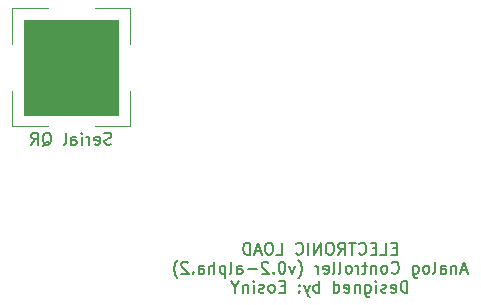
<source format=gbr>
%TF.GenerationSoftware,KiCad,Pcbnew,(6.0.7)*%
%TF.CreationDate,2025-03-09T22:25:54+09:00*%
%TF.ProjectId,Main_SMD_Controller,4d61696e-5f53-44d4-945f-436f6e74726f,rev?*%
%TF.SameCoordinates,Original*%
%TF.FileFunction,Legend,Bot*%
%TF.FilePolarity,Positive*%
%FSLAX46Y46*%
G04 Gerber Fmt 4.6, Leading zero omitted, Abs format (unit mm)*
G04 Created by KiCad (PCBNEW (6.0.7)) date 2025-03-09 22:25:54*
%MOMM*%
%LPD*%
G01*
G04 APERTURE LIST*
%ADD10C,0.200000*%
%ADD11C,0.150000*%
%ADD12C,0.120000*%
%ADD13C,0.100000*%
G04 APERTURE END LIST*
D10*
X73786190Y-56230571D02*
X73452857Y-56230571D01*
X73310000Y-56754380D02*
X73786190Y-56754380D01*
X73786190Y-55754380D01*
X73310000Y-55754380D01*
X72405238Y-56754380D02*
X72881428Y-56754380D01*
X72881428Y-55754380D01*
X72071904Y-56230571D02*
X71738571Y-56230571D01*
X71595714Y-56754380D02*
X72071904Y-56754380D01*
X72071904Y-55754380D01*
X71595714Y-55754380D01*
X70595714Y-56659142D02*
X70643333Y-56706761D01*
X70786190Y-56754380D01*
X70881428Y-56754380D01*
X71024285Y-56706761D01*
X71119523Y-56611523D01*
X71167142Y-56516285D01*
X71214761Y-56325809D01*
X71214761Y-56182952D01*
X71167142Y-55992476D01*
X71119523Y-55897238D01*
X71024285Y-55802000D01*
X70881428Y-55754380D01*
X70786190Y-55754380D01*
X70643333Y-55802000D01*
X70595714Y-55849619D01*
X70310000Y-55754380D02*
X69738571Y-55754380D01*
X70024285Y-56754380D02*
X70024285Y-55754380D01*
X68833809Y-56754380D02*
X69167142Y-56278190D01*
X69405238Y-56754380D02*
X69405238Y-55754380D01*
X69024285Y-55754380D01*
X68929047Y-55802000D01*
X68881428Y-55849619D01*
X68833809Y-55944857D01*
X68833809Y-56087714D01*
X68881428Y-56182952D01*
X68929047Y-56230571D01*
X69024285Y-56278190D01*
X69405238Y-56278190D01*
X68214761Y-55754380D02*
X68024285Y-55754380D01*
X67929047Y-55802000D01*
X67833809Y-55897238D01*
X67786190Y-56087714D01*
X67786190Y-56421047D01*
X67833809Y-56611523D01*
X67929047Y-56706761D01*
X68024285Y-56754380D01*
X68214761Y-56754380D01*
X68310000Y-56706761D01*
X68405238Y-56611523D01*
X68452857Y-56421047D01*
X68452857Y-56087714D01*
X68405238Y-55897238D01*
X68310000Y-55802000D01*
X68214761Y-55754380D01*
X67357619Y-56754380D02*
X67357619Y-55754380D01*
X66786190Y-56754380D01*
X66786190Y-55754380D01*
X66310000Y-56754380D02*
X66310000Y-55754380D01*
X65262380Y-56659142D02*
X65310000Y-56706761D01*
X65452857Y-56754380D01*
X65548095Y-56754380D01*
X65690952Y-56706761D01*
X65786190Y-56611523D01*
X65833809Y-56516285D01*
X65881428Y-56325809D01*
X65881428Y-56182952D01*
X65833809Y-55992476D01*
X65786190Y-55897238D01*
X65690952Y-55802000D01*
X65548095Y-55754380D01*
X65452857Y-55754380D01*
X65310000Y-55802000D01*
X65262380Y-55849619D01*
X63595714Y-56754380D02*
X64071904Y-56754380D01*
X64071904Y-55754380D01*
X63071904Y-55754380D02*
X62881428Y-55754380D01*
X62786190Y-55802000D01*
X62690952Y-55897238D01*
X62643333Y-56087714D01*
X62643333Y-56421047D01*
X62690952Y-56611523D01*
X62786190Y-56706761D01*
X62881428Y-56754380D01*
X63071904Y-56754380D01*
X63167142Y-56706761D01*
X63262380Y-56611523D01*
X63310000Y-56421047D01*
X63310000Y-56087714D01*
X63262380Y-55897238D01*
X63167142Y-55802000D01*
X63071904Y-55754380D01*
X62262380Y-56468666D02*
X61786190Y-56468666D01*
X62357619Y-56754380D02*
X62024285Y-55754380D01*
X61690952Y-56754380D01*
X61357619Y-56754380D02*
X61357619Y-55754380D01*
X61119523Y-55754380D01*
X60976666Y-55802000D01*
X60881428Y-55897238D01*
X60833809Y-55992476D01*
X60786190Y-56182952D01*
X60786190Y-56325809D01*
X60833809Y-56516285D01*
X60881428Y-56611523D01*
X60976666Y-56706761D01*
X61119523Y-56754380D01*
X61357619Y-56754380D01*
X79738571Y-58078666D02*
X79262380Y-58078666D01*
X79833809Y-58364380D02*
X79500476Y-57364380D01*
X79167142Y-58364380D01*
X78833809Y-57697714D02*
X78833809Y-58364380D01*
X78833809Y-57792952D02*
X78786190Y-57745333D01*
X78690952Y-57697714D01*
X78548095Y-57697714D01*
X78452857Y-57745333D01*
X78405238Y-57840571D01*
X78405238Y-58364380D01*
X77500476Y-58364380D02*
X77500476Y-57840571D01*
X77548095Y-57745333D01*
X77643333Y-57697714D01*
X77833809Y-57697714D01*
X77929047Y-57745333D01*
X77500476Y-58316761D02*
X77595714Y-58364380D01*
X77833809Y-58364380D01*
X77929047Y-58316761D01*
X77976666Y-58221523D01*
X77976666Y-58126285D01*
X77929047Y-58031047D01*
X77833809Y-57983428D01*
X77595714Y-57983428D01*
X77500476Y-57935809D01*
X76881428Y-58364380D02*
X76976666Y-58316761D01*
X77024285Y-58221523D01*
X77024285Y-57364380D01*
X76357619Y-58364380D02*
X76452857Y-58316761D01*
X76500476Y-58269142D01*
X76548095Y-58173904D01*
X76548095Y-57888190D01*
X76500476Y-57792952D01*
X76452857Y-57745333D01*
X76357619Y-57697714D01*
X76214761Y-57697714D01*
X76119523Y-57745333D01*
X76071904Y-57792952D01*
X76024285Y-57888190D01*
X76024285Y-58173904D01*
X76071904Y-58269142D01*
X76119523Y-58316761D01*
X76214761Y-58364380D01*
X76357619Y-58364380D01*
X75167142Y-57697714D02*
X75167142Y-58507238D01*
X75214761Y-58602476D01*
X75262380Y-58650095D01*
X75357619Y-58697714D01*
X75500476Y-58697714D01*
X75595714Y-58650095D01*
X75167142Y-58316761D02*
X75262380Y-58364380D01*
X75452857Y-58364380D01*
X75548095Y-58316761D01*
X75595714Y-58269142D01*
X75643333Y-58173904D01*
X75643333Y-57888190D01*
X75595714Y-57792952D01*
X75548095Y-57745333D01*
X75452857Y-57697714D01*
X75262380Y-57697714D01*
X75167142Y-57745333D01*
X73357619Y-58269142D02*
X73405238Y-58316761D01*
X73548095Y-58364380D01*
X73643333Y-58364380D01*
X73786190Y-58316761D01*
X73881428Y-58221523D01*
X73929047Y-58126285D01*
X73976666Y-57935809D01*
X73976666Y-57792952D01*
X73929047Y-57602476D01*
X73881428Y-57507238D01*
X73786190Y-57412000D01*
X73643333Y-57364380D01*
X73548095Y-57364380D01*
X73405238Y-57412000D01*
X73357619Y-57459619D01*
X72786190Y-58364380D02*
X72881428Y-58316761D01*
X72929047Y-58269142D01*
X72976666Y-58173904D01*
X72976666Y-57888190D01*
X72929047Y-57792952D01*
X72881428Y-57745333D01*
X72786190Y-57697714D01*
X72643333Y-57697714D01*
X72548095Y-57745333D01*
X72500476Y-57792952D01*
X72452857Y-57888190D01*
X72452857Y-58173904D01*
X72500476Y-58269142D01*
X72548095Y-58316761D01*
X72643333Y-58364380D01*
X72786190Y-58364380D01*
X72024285Y-57697714D02*
X72024285Y-58364380D01*
X72024285Y-57792952D02*
X71976666Y-57745333D01*
X71881428Y-57697714D01*
X71738571Y-57697714D01*
X71643333Y-57745333D01*
X71595714Y-57840571D01*
X71595714Y-58364380D01*
X71262380Y-57697714D02*
X70881428Y-57697714D01*
X71119523Y-57364380D02*
X71119523Y-58221523D01*
X71071904Y-58316761D01*
X70976666Y-58364380D01*
X70881428Y-58364380D01*
X70548095Y-58364380D02*
X70548095Y-57697714D01*
X70548095Y-57888190D02*
X70500476Y-57792952D01*
X70452857Y-57745333D01*
X70357619Y-57697714D01*
X70262380Y-57697714D01*
X69786190Y-58364380D02*
X69881428Y-58316761D01*
X69929047Y-58269142D01*
X69976666Y-58173904D01*
X69976666Y-57888190D01*
X69929047Y-57792952D01*
X69881428Y-57745333D01*
X69786190Y-57697714D01*
X69643333Y-57697714D01*
X69548095Y-57745333D01*
X69500476Y-57792952D01*
X69452857Y-57888190D01*
X69452857Y-58173904D01*
X69500476Y-58269142D01*
X69548095Y-58316761D01*
X69643333Y-58364380D01*
X69786190Y-58364380D01*
X68881428Y-58364380D02*
X68976666Y-58316761D01*
X69024285Y-58221523D01*
X69024285Y-57364380D01*
X68357619Y-58364380D02*
X68452857Y-58316761D01*
X68500476Y-58221523D01*
X68500476Y-57364380D01*
X67595714Y-58316761D02*
X67690952Y-58364380D01*
X67881428Y-58364380D01*
X67976666Y-58316761D01*
X68024285Y-58221523D01*
X68024285Y-57840571D01*
X67976666Y-57745333D01*
X67881428Y-57697714D01*
X67690952Y-57697714D01*
X67595714Y-57745333D01*
X67548095Y-57840571D01*
X67548095Y-57935809D01*
X68024285Y-58031047D01*
X67119523Y-58364380D02*
X67119523Y-57697714D01*
X67119523Y-57888190D02*
X67071904Y-57792952D01*
X67024285Y-57745333D01*
X66929047Y-57697714D01*
X66833809Y-57697714D01*
X65452857Y-58745333D02*
X65500476Y-58697714D01*
X65595714Y-58554857D01*
X65643333Y-58459619D01*
X65690952Y-58316761D01*
X65738571Y-58078666D01*
X65738571Y-57888190D01*
X65690952Y-57650095D01*
X65643333Y-57507238D01*
X65595714Y-57412000D01*
X65500476Y-57269142D01*
X65452857Y-57221523D01*
X65167142Y-57697714D02*
X64929047Y-58364380D01*
X64690952Y-57697714D01*
X64119523Y-57364380D02*
X64024285Y-57364380D01*
X63929047Y-57412000D01*
X63881428Y-57459619D01*
X63833809Y-57554857D01*
X63786190Y-57745333D01*
X63786190Y-57983428D01*
X63833809Y-58173904D01*
X63881428Y-58269142D01*
X63929047Y-58316761D01*
X64024285Y-58364380D01*
X64119523Y-58364380D01*
X64214761Y-58316761D01*
X64262380Y-58269142D01*
X64310000Y-58173904D01*
X64357619Y-57983428D01*
X64357619Y-57745333D01*
X64310000Y-57554857D01*
X64262380Y-57459619D01*
X64214761Y-57412000D01*
X64119523Y-57364380D01*
X63357619Y-58269142D02*
X63310000Y-58316761D01*
X63357619Y-58364380D01*
X63405238Y-58316761D01*
X63357619Y-58269142D01*
X63357619Y-58364380D01*
X62929047Y-57459619D02*
X62881428Y-57412000D01*
X62786190Y-57364380D01*
X62548095Y-57364380D01*
X62452857Y-57412000D01*
X62405238Y-57459619D01*
X62357619Y-57554857D01*
X62357619Y-57650095D01*
X62405238Y-57792952D01*
X62976666Y-58364380D01*
X62357619Y-58364380D01*
X61929047Y-57983428D02*
X61167142Y-57983428D01*
X60262380Y-58364380D02*
X60262380Y-57840571D01*
X60310000Y-57745333D01*
X60405238Y-57697714D01*
X60595714Y-57697714D01*
X60690952Y-57745333D01*
X60262380Y-58316761D02*
X60357619Y-58364380D01*
X60595714Y-58364380D01*
X60690952Y-58316761D01*
X60738571Y-58221523D01*
X60738571Y-58126285D01*
X60690952Y-58031047D01*
X60595714Y-57983428D01*
X60357619Y-57983428D01*
X60262380Y-57935809D01*
X59643333Y-58364380D02*
X59738571Y-58316761D01*
X59786190Y-58221523D01*
X59786190Y-57364380D01*
X59262380Y-57697714D02*
X59262380Y-58697714D01*
X59262380Y-57745333D02*
X59167142Y-57697714D01*
X58976666Y-57697714D01*
X58881428Y-57745333D01*
X58833809Y-57792952D01*
X58786190Y-57888190D01*
X58786190Y-58173904D01*
X58833809Y-58269142D01*
X58881428Y-58316761D01*
X58976666Y-58364380D01*
X59167142Y-58364380D01*
X59262380Y-58316761D01*
X58357619Y-58364380D02*
X58357619Y-57364380D01*
X57929047Y-58364380D02*
X57929047Y-57840571D01*
X57976666Y-57745333D01*
X58071904Y-57697714D01*
X58214761Y-57697714D01*
X58310000Y-57745333D01*
X58357619Y-57792952D01*
X57024285Y-58364380D02*
X57024285Y-57840571D01*
X57071904Y-57745333D01*
X57167142Y-57697714D01*
X57357619Y-57697714D01*
X57452857Y-57745333D01*
X57024285Y-58316761D02*
X57119523Y-58364380D01*
X57357619Y-58364380D01*
X57452857Y-58316761D01*
X57500476Y-58221523D01*
X57500476Y-58126285D01*
X57452857Y-58031047D01*
X57357619Y-57983428D01*
X57119523Y-57983428D01*
X57024285Y-57935809D01*
X56548095Y-58269142D02*
X56500476Y-58316761D01*
X56548095Y-58364380D01*
X56595714Y-58316761D01*
X56548095Y-58269142D01*
X56548095Y-58364380D01*
X56119523Y-57459619D02*
X56071904Y-57412000D01*
X55976666Y-57364380D01*
X55738571Y-57364380D01*
X55643333Y-57412000D01*
X55595714Y-57459619D01*
X55548095Y-57554857D01*
X55548095Y-57650095D01*
X55595714Y-57792952D01*
X56167142Y-58364380D01*
X55548095Y-58364380D01*
X55214761Y-58745333D02*
X55167142Y-58697714D01*
X55071904Y-58554857D01*
X55024285Y-58459619D01*
X54976666Y-58316761D01*
X54929047Y-58078666D01*
X54929047Y-57888190D01*
X54976666Y-57650095D01*
X55024285Y-57507238D01*
X55071904Y-57412000D01*
X55167142Y-57269142D01*
X55214761Y-57221523D01*
X74690952Y-59974380D02*
X74690952Y-58974380D01*
X74452857Y-58974380D01*
X74310000Y-59022000D01*
X74214761Y-59117238D01*
X74167142Y-59212476D01*
X74119523Y-59402952D01*
X74119523Y-59545809D01*
X74167142Y-59736285D01*
X74214761Y-59831523D01*
X74310000Y-59926761D01*
X74452857Y-59974380D01*
X74690952Y-59974380D01*
X73310000Y-59926761D02*
X73405238Y-59974380D01*
X73595714Y-59974380D01*
X73690952Y-59926761D01*
X73738571Y-59831523D01*
X73738571Y-59450571D01*
X73690952Y-59355333D01*
X73595714Y-59307714D01*
X73405238Y-59307714D01*
X73310000Y-59355333D01*
X73262380Y-59450571D01*
X73262380Y-59545809D01*
X73738571Y-59641047D01*
X72881428Y-59926761D02*
X72786190Y-59974380D01*
X72595714Y-59974380D01*
X72500476Y-59926761D01*
X72452857Y-59831523D01*
X72452857Y-59783904D01*
X72500476Y-59688666D01*
X72595714Y-59641047D01*
X72738571Y-59641047D01*
X72833809Y-59593428D01*
X72881428Y-59498190D01*
X72881428Y-59450571D01*
X72833809Y-59355333D01*
X72738571Y-59307714D01*
X72595714Y-59307714D01*
X72500476Y-59355333D01*
X72024285Y-59974380D02*
X72024285Y-59307714D01*
X72024285Y-58974380D02*
X72071904Y-59022000D01*
X72024285Y-59069619D01*
X71976666Y-59022000D01*
X72024285Y-58974380D01*
X72024285Y-59069619D01*
X71119523Y-59307714D02*
X71119523Y-60117238D01*
X71167142Y-60212476D01*
X71214761Y-60260095D01*
X71310000Y-60307714D01*
X71452857Y-60307714D01*
X71548095Y-60260095D01*
X71119523Y-59926761D02*
X71214761Y-59974380D01*
X71405238Y-59974380D01*
X71500476Y-59926761D01*
X71548095Y-59879142D01*
X71595714Y-59783904D01*
X71595714Y-59498190D01*
X71548095Y-59402952D01*
X71500476Y-59355333D01*
X71405238Y-59307714D01*
X71214761Y-59307714D01*
X71119523Y-59355333D01*
X70643333Y-59307714D02*
X70643333Y-59974380D01*
X70643333Y-59402952D02*
X70595714Y-59355333D01*
X70500476Y-59307714D01*
X70357619Y-59307714D01*
X70262380Y-59355333D01*
X70214761Y-59450571D01*
X70214761Y-59974380D01*
X69357619Y-59926761D02*
X69452857Y-59974380D01*
X69643333Y-59974380D01*
X69738571Y-59926761D01*
X69786190Y-59831523D01*
X69786190Y-59450571D01*
X69738571Y-59355333D01*
X69643333Y-59307714D01*
X69452857Y-59307714D01*
X69357619Y-59355333D01*
X69310000Y-59450571D01*
X69310000Y-59545809D01*
X69786190Y-59641047D01*
X68452857Y-59974380D02*
X68452857Y-58974380D01*
X68452857Y-59926761D02*
X68548095Y-59974380D01*
X68738571Y-59974380D01*
X68833809Y-59926761D01*
X68881428Y-59879142D01*
X68929047Y-59783904D01*
X68929047Y-59498190D01*
X68881428Y-59402952D01*
X68833809Y-59355333D01*
X68738571Y-59307714D01*
X68548095Y-59307714D01*
X68452857Y-59355333D01*
X67214761Y-59974380D02*
X67214761Y-58974380D01*
X67214761Y-59355333D02*
X67119523Y-59307714D01*
X66929047Y-59307714D01*
X66833809Y-59355333D01*
X66786190Y-59402952D01*
X66738571Y-59498190D01*
X66738571Y-59783904D01*
X66786190Y-59879142D01*
X66833809Y-59926761D01*
X66929047Y-59974380D01*
X67119523Y-59974380D01*
X67214761Y-59926761D01*
X66405238Y-59307714D02*
X66167142Y-59974380D01*
X65929047Y-59307714D02*
X66167142Y-59974380D01*
X66262380Y-60212476D01*
X66310000Y-60260095D01*
X66405238Y-60307714D01*
X65548095Y-59879142D02*
X65500476Y-59926761D01*
X65548095Y-59974380D01*
X65595714Y-59926761D01*
X65548095Y-59879142D01*
X65548095Y-59974380D01*
X65548095Y-59355333D02*
X65500476Y-59402952D01*
X65548095Y-59450571D01*
X65595714Y-59402952D01*
X65548095Y-59355333D01*
X65548095Y-59450571D01*
X64310000Y-59450571D02*
X63976666Y-59450571D01*
X63833809Y-59974380D02*
X64310000Y-59974380D01*
X64310000Y-58974380D01*
X63833809Y-58974380D01*
X63262380Y-59974380D02*
X63357619Y-59926761D01*
X63405238Y-59879142D01*
X63452857Y-59783904D01*
X63452857Y-59498190D01*
X63405238Y-59402952D01*
X63357619Y-59355333D01*
X63262380Y-59307714D01*
X63119523Y-59307714D01*
X63024285Y-59355333D01*
X62976666Y-59402952D01*
X62929047Y-59498190D01*
X62929047Y-59783904D01*
X62976666Y-59879142D01*
X63024285Y-59926761D01*
X63119523Y-59974380D01*
X63262380Y-59974380D01*
X62548095Y-59926761D02*
X62452857Y-59974380D01*
X62262380Y-59974380D01*
X62167142Y-59926761D01*
X62119523Y-59831523D01*
X62119523Y-59783904D01*
X62167142Y-59688666D01*
X62262380Y-59641047D01*
X62405238Y-59641047D01*
X62500476Y-59593428D01*
X62548095Y-59498190D01*
X62548095Y-59450571D01*
X62500476Y-59355333D01*
X62405238Y-59307714D01*
X62262380Y-59307714D01*
X62167142Y-59355333D01*
X61690952Y-59974380D02*
X61690952Y-59307714D01*
X61690952Y-58974380D02*
X61738571Y-59022000D01*
X61690952Y-59069619D01*
X61643333Y-59022000D01*
X61690952Y-58974380D01*
X61690952Y-59069619D01*
X61214761Y-59307714D02*
X61214761Y-59974380D01*
X61214761Y-59402952D02*
X61167142Y-59355333D01*
X61071904Y-59307714D01*
X60929047Y-59307714D01*
X60833809Y-59355333D01*
X60786190Y-59450571D01*
X60786190Y-59974380D01*
X60119523Y-59498190D02*
X60119523Y-59974380D01*
X60452857Y-58974380D02*
X60119523Y-59498190D01*
X59786190Y-58974380D01*
D11*
%TO.C,P4*%
X49608952Y-47394761D02*
X49466095Y-47442380D01*
X49228000Y-47442380D01*
X49132761Y-47394761D01*
X49085142Y-47347142D01*
X49037523Y-47251904D01*
X49037523Y-47156666D01*
X49085142Y-47061428D01*
X49132761Y-47013809D01*
X49228000Y-46966190D01*
X49418476Y-46918571D01*
X49513714Y-46870952D01*
X49561333Y-46823333D01*
X49608952Y-46728095D01*
X49608952Y-46632857D01*
X49561333Y-46537619D01*
X49513714Y-46490000D01*
X49418476Y-46442380D01*
X49180380Y-46442380D01*
X49037523Y-46490000D01*
X48228000Y-47394761D02*
X48323238Y-47442380D01*
X48513714Y-47442380D01*
X48608952Y-47394761D01*
X48656571Y-47299523D01*
X48656571Y-46918571D01*
X48608952Y-46823333D01*
X48513714Y-46775714D01*
X48323238Y-46775714D01*
X48228000Y-46823333D01*
X48180380Y-46918571D01*
X48180380Y-47013809D01*
X48656571Y-47109047D01*
X47751809Y-47442380D02*
X47751809Y-46775714D01*
X47751809Y-46966190D02*
X47704190Y-46870952D01*
X47656571Y-46823333D01*
X47561333Y-46775714D01*
X47466095Y-46775714D01*
X47132761Y-47442380D02*
X47132761Y-46775714D01*
X47132761Y-46442380D02*
X47180380Y-46490000D01*
X47132761Y-46537619D01*
X47085142Y-46490000D01*
X47132761Y-46442380D01*
X47132761Y-46537619D01*
X46228000Y-47442380D02*
X46228000Y-46918571D01*
X46275619Y-46823333D01*
X46370857Y-46775714D01*
X46561333Y-46775714D01*
X46656571Y-46823333D01*
X46228000Y-47394761D02*
X46323238Y-47442380D01*
X46561333Y-47442380D01*
X46656571Y-47394761D01*
X46704190Y-47299523D01*
X46704190Y-47204285D01*
X46656571Y-47109047D01*
X46561333Y-47061428D01*
X46323238Y-47061428D01*
X46228000Y-47013809D01*
X45608952Y-47442380D02*
X45704190Y-47394761D01*
X45751809Y-47299523D01*
X45751809Y-46442380D01*
X43799428Y-47537619D02*
X43894666Y-47490000D01*
X43989904Y-47394761D01*
X44132761Y-47251904D01*
X44228000Y-47204285D01*
X44323238Y-47204285D01*
X44275619Y-47442380D02*
X44370857Y-47394761D01*
X44466095Y-47299523D01*
X44513714Y-47109047D01*
X44513714Y-46775714D01*
X44466095Y-46585238D01*
X44370857Y-46490000D01*
X44275619Y-46442380D01*
X44085142Y-46442380D01*
X43989904Y-46490000D01*
X43894666Y-46585238D01*
X43847047Y-46775714D01*
X43847047Y-47109047D01*
X43894666Y-47299523D01*
X43989904Y-47394761D01*
X44085142Y-47442380D01*
X44275619Y-47442380D01*
X42847047Y-47442380D02*
X43180380Y-46966190D01*
X43418476Y-47442380D02*
X43418476Y-46442380D01*
X43037523Y-46442380D01*
X42942285Y-46490000D01*
X42894666Y-46537619D01*
X42847047Y-46632857D01*
X42847047Y-46775714D01*
X42894666Y-46870952D01*
X42942285Y-46918571D01*
X43037523Y-46966190D01*
X43418476Y-46966190D01*
D12*
X51228000Y-45894000D02*
X51228000Y-42894000D01*
X51228000Y-35894000D02*
X51228000Y-38894000D01*
X51228000Y-35894000D02*
X48228000Y-35894000D01*
X51228000Y-45894000D02*
X48228000Y-45894000D01*
X41228000Y-35894000D02*
X44228000Y-35894000D01*
X41228000Y-45894000D02*
X44228000Y-45894000D01*
X41228000Y-45894000D02*
X41228000Y-42894000D01*
X41228000Y-35894000D02*
X41228000Y-38894000D01*
D13*
X50228000Y-36894000D02*
X42228000Y-36894000D01*
X42228000Y-36894000D02*
X42228000Y-44894000D01*
X42228000Y-44894000D02*
X50228000Y-44894000D01*
X50228000Y-44894000D02*
X50228000Y-36894000D01*
G36*
X50228000Y-36894000D02*
G01*
X42228000Y-36894000D01*
X42228000Y-44894000D01*
X50228000Y-44894000D01*
X50228000Y-36894000D01*
G37*
%TD*%
M02*

</source>
